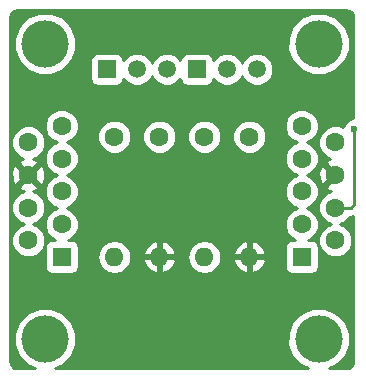
<source format=gbl>
G04 #@! TF.FileFunction,Copper,L2,Bot,Signal*
%FSLAX46Y46*%
G04 Gerber Fmt 4.6, Leading zero omitted, Abs format (unit mm)*
G04 Created by KiCad (PCBNEW 4.0.7) date 10/15/19 22:27:56*
%MOMM*%
%LPD*%
G01*
G04 APERTURE LIST*
%ADD10C,0.100000*%
%ADD11R,1.600000X1.600000*%
%ADD12C,1.600000*%
%ADD13C,4.000000*%
%ADD14C,1.520000*%
%ADD15R,1.520000X1.520000*%
%ADD16O,1.600000X1.600000*%
%ADD17C,0.600000*%
%ADD18C,0.250000*%
%ADD19C,0.254000*%
G04 APERTURE END LIST*
D10*
D11*
X121285000Y-80645000D03*
D12*
X121285000Y-77875000D03*
X121285000Y-75105000D03*
X121285000Y-72335000D03*
X121285000Y-69565000D03*
X118445000Y-79260000D03*
X118445000Y-76490000D03*
X118445000Y-73720000D03*
X118445000Y-70950000D03*
D13*
X119865000Y-62605000D03*
X119865000Y-87605000D03*
D14*
X135255000Y-64770000D03*
X137795000Y-64770000D03*
D15*
X132715000Y-64770000D03*
D14*
X127635000Y-64770000D03*
X130175000Y-64770000D03*
D15*
X125095000Y-64770000D03*
D11*
X141605000Y-80645000D03*
D12*
X141605000Y-77875000D03*
X141605000Y-75105000D03*
X141605000Y-72335000D03*
X141605000Y-69565000D03*
X144445000Y-79260000D03*
X144445000Y-76490000D03*
X144445000Y-73720000D03*
X144445000Y-70950000D03*
D13*
X143025000Y-87605000D03*
X143025000Y-62605000D03*
D12*
X137160000Y-70485000D03*
D16*
X137160000Y-80645000D03*
D12*
X133350000Y-70485000D03*
D16*
X133350000Y-80645000D03*
D12*
X129540000Y-70485000D03*
D16*
X129540000Y-80645000D03*
D12*
X125730000Y-70485000D03*
D16*
X125730000Y-80645000D03*
D17*
X146050000Y-69850000D03*
D18*
X145760000Y-76490000D02*
X144445000Y-76490000D01*
X146050000Y-76200000D02*
X145760000Y-76490000D01*
X146050000Y-69850000D02*
X146050000Y-76200000D01*
D19*
G36*
X145623979Y-59820478D02*
X145801145Y-59938856D01*
X145919521Y-60116019D01*
X145975000Y-60394931D01*
X145975000Y-68914934D01*
X145864833Y-68914838D01*
X145521057Y-69056883D01*
X145257808Y-69319673D01*
X145115162Y-69663201D01*
X145115152Y-69674477D01*
X144731691Y-69515250D01*
X144160813Y-69514752D01*
X143633200Y-69732757D01*
X143229176Y-70136077D01*
X143010250Y-70663309D01*
X143009752Y-71234187D01*
X143227757Y-71761800D01*
X143631077Y-72165824D01*
X144023060Y-72328590D01*
X143690995Y-72466136D01*
X143616861Y-72712255D01*
X144445000Y-73540395D01*
X144459142Y-73526252D01*
X144638748Y-73705858D01*
X144624605Y-73720000D01*
X144638748Y-73734142D01*
X144459142Y-73913748D01*
X144445000Y-73899605D01*
X143616861Y-74727745D01*
X143690995Y-74973864D01*
X144046938Y-75101804D01*
X143633200Y-75272757D01*
X143229176Y-75676077D01*
X143010250Y-76203309D01*
X143009752Y-76774187D01*
X143227757Y-77301800D01*
X143631077Y-77705824D01*
X144038850Y-77875146D01*
X143633200Y-78042757D01*
X143229176Y-78446077D01*
X143010250Y-78973309D01*
X143009752Y-79544187D01*
X143227757Y-80071800D01*
X143631077Y-80475824D01*
X144158309Y-80694750D01*
X144729187Y-80695248D01*
X145256800Y-80477243D01*
X145660824Y-80073923D01*
X145879750Y-79546691D01*
X145880248Y-78975813D01*
X145662243Y-78448200D01*
X145258923Y-78044176D01*
X144851150Y-77874854D01*
X145256800Y-77707243D01*
X145660824Y-77303923D01*
X145683215Y-77250000D01*
X145760000Y-77250000D01*
X145975000Y-77207233D01*
X145975000Y-89465069D01*
X145919521Y-89743981D01*
X145801145Y-89921144D01*
X145623979Y-90039522D01*
X145345070Y-90095000D01*
X143898867Y-90095000D01*
X144515658Y-89840147D01*
X145257542Y-89099557D01*
X145659542Y-88131433D01*
X145660457Y-87083166D01*
X145260147Y-86114342D01*
X144519557Y-85372458D01*
X143551433Y-84970458D01*
X142503166Y-84969543D01*
X141534342Y-85369853D01*
X140792458Y-86110443D01*
X140390458Y-87078567D01*
X140389543Y-88126834D01*
X140789853Y-89095658D01*
X141530443Y-89837542D01*
X142150471Y-90095000D01*
X120738867Y-90095000D01*
X121355658Y-89840147D01*
X122097542Y-89099557D01*
X122499542Y-88131433D01*
X122500457Y-87083166D01*
X122100147Y-86114342D01*
X121359557Y-85372458D01*
X120391433Y-84970458D01*
X119343166Y-84969543D01*
X118374342Y-85369853D01*
X117632458Y-86110443D01*
X117230458Y-87078567D01*
X117229543Y-88126834D01*
X117629853Y-89095658D01*
X118370443Y-89837542D01*
X118990471Y-90095000D01*
X117544931Y-90095000D01*
X117266019Y-90039521D01*
X117088856Y-89921145D01*
X116970478Y-89743979D01*
X116915000Y-89465070D01*
X116915000Y-76774187D01*
X117009752Y-76774187D01*
X117227757Y-77301800D01*
X117631077Y-77705824D01*
X118038850Y-77875146D01*
X117633200Y-78042757D01*
X117229176Y-78446077D01*
X117010250Y-78973309D01*
X117009752Y-79544187D01*
X117227757Y-80071800D01*
X117631077Y-80475824D01*
X118158309Y-80694750D01*
X118729187Y-80695248D01*
X119256800Y-80477243D01*
X119660824Y-80073923D01*
X119755881Y-79845000D01*
X119837560Y-79845000D01*
X119837560Y-81445000D01*
X119881838Y-81680317D01*
X120020910Y-81896441D01*
X120233110Y-82041431D01*
X120485000Y-82092440D01*
X122085000Y-82092440D01*
X122320317Y-82048162D01*
X122536441Y-81909090D01*
X122681431Y-81696890D01*
X122732440Y-81445000D01*
X122732440Y-80616887D01*
X124295000Y-80616887D01*
X124295000Y-80673113D01*
X124404233Y-81222264D01*
X124715302Y-81687811D01*
X125180849Y-81998880D01*
X125730000Y-82108113D01*
X126279151Y-81998880D01*
X126744698Y-81687811D01*
X127055767Y-81222264D01*
X127101163Y-80994041D01*
X128148086Y-80994041D01*
X128387611Y-81500134D01*
X128802577Y-81876041D01*
X129190961Y-82036904D01*
X129413000Y-81914915D01*
X129413000Y-80772000D01*
X129667000Y-80772000D01*
X129667000Y-81914915D01*
X129889039Y-82036904D01*
X130277423Y-81876041D01*
X130692389Y-81500134D01*
X130931914Y-80994041D01*
X130810629Y-80772000D01*
X129667000Y-80772000D01*
X129413000Y-80772000D01*
X128269371Y-80772000D01*
X128148086Y-80994041D01*
X127101163Y-80994041D01*
X127165000Y-80673113D01*
X127165000Y-80616887D01*
X131915000Y-80616887D01*
X131915000Y-80673113D01*
X132024233Y-81222264D01*
X132335302Y-81687811D01*
X132800849Y-81998880D01*
X133350000Y-82108113D01*
X133899151Y-81998880D01*
X134364698Y-81687811D01*
X134675767Y-81222264D01*
X134721163Y-80994041D01*
X135768086Y-80994041D01*
X136007611Y-81500134D01*
X136422577Y-81876041D01*
X136810961Y-82036904D01*
X137033000Y-81914915D01*
X137033000Y-80772000D01*
X137287000Y-80772000D01*
X137287000Y-81914915D01*
X137509039Y-82036904D01*
X137897423Y-81876041D01*
X138312389Y-81500134D01*
X138551914Y-80994041D01*
X138430629Y-80772000D01*
X137287000Y-80772000D01*
X137033000Y-80772000D01*
X135889371Y-80772000D01*
X135768086Y-80994041D01*
X134721163Y-80994041D01*
X134785000Y-80673113D01*
X134785000Y-80616887D01*
X134721164Y-80295959D01*
X135768086Y-80295959D01*
X135889371Y-80518000D01*
X137033000Y-80518000D01*
X137033000Y-79375085D01*
X137287000Y-79375085D01*
X137287000Y-80518000D01*
X138430629Y-80518000D01*
X138551914Y-80295959D01*
X138338483Y-79845000D01*
X140157560Y-79845000D01*
X140157560Y-81445000D01*
X140201838Y-81680317D01*
X140340910Y-81896441D01*
X140553110Y-82041431D01*
X140805000Y-82092440D01*
X142405000Y-82092440D01*
X142640317Y-82048162D01*
X142856441Y-81909090D01*
X143001431Y-81696890D01*
X143052440Y-81445000D01*
X143052440Y-79845000D01*
X143008162Y-79609683D01*
X142869090Y-79393559D01*
X142656890Y-79248569D01*
X142405000Y-79197560D01*
X142161913Y-79197560D01*
X142416800Y-79092243D01*
X142820824Y-78688923D01*
X143039750Y-78161691D01*
X143040248Y-77590813D01*
X142822243Y-77063200D01*
X142418923Y-76659176D01*
X142011150Y-76489854D01*
X142416800Y-76322243D01*
X142820824Y-75918923D01*
X143039750Y-75391691D01*
X143040248Y-74820813D01*
X142822243Y-74293200D01*
X142418923Y-73889176D01*
X142011150Y-73719854D01*
X142416800Y-73552243D01*
X142465905Y-73503223D01*
X142998035Y-73503223D01*
X143025222Y-74073454D01*
X143191136Y-74474005D01*
X143437255Y-74548139D01*
X144265395Y-73720000D01*
X143437255Y-72891861D01*
X143191136Y-72965995D01*
X142998035Y-73503223D01*
X142465905Y-73503223D01*
X142820824Y-73148923D01*
X143039750Y-72621691D01*
X143040248Y-72050813D01*
X142822243Y-71523200D01*
X142418923Y-71119176D01*
X142011150Y-70949854D01*
X142416800Y-70782243D01*
X142820824Y-70378923D01*
X143039750Y-69851691D01*
X143040248Y-69280813D01*
X142822243Y-68753200D01*
X142418923Y-68349176D01*
X141891691Y-68130250D01*
X141320813Y-68129752D01*
X140793200Y-68347757D01*
X140389176Y-68751077D01*
X140170250Y-69278309D01*
X140169752Y-69849187D01*
X140387757Y-70376800D01*
X140791077Y-70780824D01*
X141198850Y-70950146D01*
X140793200Y-71117757D01*
X140389176Y-71521077D01*
X140170250Y-72048309D01*
X140169752Y-72619187D01*
X140387757Y-73146800D01*
X140791077Y-73550824D01*
X141198850Y-73720146D01*
X140793200Y-73887757D01*
X140389176Y-74291077D01*
X140170250Y-74818309D01*
X140169752Y-75389187D01*
X140387757Y-75916800D01*
X140791077Y-76320824D01*
X141198850Y-76490146D01*
X140793200Y-76657757D01*
X140389176Y-77061077D01*
X140170250Y-77588309D01*
X140169752Y-78159187D01*
X140387757Y-78686800D01*
X140791077Y-79090824D01*
X141048126Y-79197560D01*
X140805000Y-79197560D01*
X140569683Y-79241838D01*
X140353559Y-79380910D01*
X140208569Y-79593110D01*
X140157560Y-79845000D01*
X138338483Y-79845000D01*
X138312389Y-79789866D01*
X137897423Y-79413959D01*
X137509039Y-79253096D01*
X137287000Y-79375085D01*
X137033000Y-79375085D01*
X136810961Y-79253096D01*
X136422577Y-79413959D01*
X136007611Y-79789866D01*
X135768086Y-80295959D01*
X134721164Y-80295959D01*
X134675767Y-80067736D01*
X134364698Y-79602189D01*
X133899151Y-79291120D01*
X133350000Y-79181887D01*
X132800849Y-79291120D01*
X132335302Y-79602189D01*
X132024233Y-80067736D01*
X131915000Y-80616887D01*
X127165000Y-80616887D01*
X127101164Y-80295959D01*
X128148086Y-80295959D01*
X128269371Y-80518000D01*
X129413000Y-80518000D01*
X129413000Y-79375085D01*
X129667000Y-79375085D01*
X129667000Y-80518000D01*
X130810629Y-80518000D01*
X130931914Y-80295959D01*
X130692389Y-79789866D01*
X130277423Y-79413959D01*
X129889039Y-79253096D01*
X129667000Y-79375085D01*
X129413000Y-79375085D01*
X129190961Y-79253096D01*
X128802577Y-79413959D01*
X128387611Y-79789866D01*
X128148086Y-80295959D01*
X127101164Y-80295959D01*
X127055767Y-80067736D01*
X126744698Y-79602189D01*
X126279151Y-79291120D01*
X125730000Y-79181887D01*
X125180849Y-79291120D01*
X124715302Y-79602189D01*
X124404233Y-80067736D01*
X124295000Y-80616887D01*
X122732440Y-80616887D01*
X122732440Y-79845000D01*
X122688162Y-79609683D01*
X122549090Y-79393559D01*
X122336890Y-79248569D01*
X122085000Y-79197560D01*
X121841913Y-79197560D01*
X122096800Y-79092243D01*
X122500824Y-78688923D01*
X122719750Y-78161691D01*
X122720248Y-77590813D01*
X122502243Y-77063200D01*
X122098923Y-76659176D01*
X121691150Y-76489854D01*
X122096800Y-76322243D01*
X122500824Y-75918923D01*
X122719750Y-75391691D01*
X122720248Y-74820813D01*
X122502243Y-74293200D01*
X122098923Y-73889176D01*
X121691150Y-73719854D01*
X122096800Y-73552243D01*
X122500824Y-73148923D01*
X122719750Y-72621691D01*
X122720248Y-72050813D01*
X122502243Y-71523200D01*
X122098923Y-71119176D01*
X121691150Y-70949854D01*
X122096800Y-70782243D01*
X122109878Y-70769187D01*
X124294752Y-70769187D01*
X124512757Y-71296800D01*
X124916077Y-71700824D01*
X125443309Y-71919750D01*
X126014187Y-71920248D01*
X126541800Y-71702243D01*
X126945824Y-71298923D01*
X127164750Y-70771691D01*
X127164752Y-70769187D01*
X128104752Y-70769187D01*
X128322757Y-71296800D01*
X128726077Y-71700824D01*
X129253309Y-71919750D01*
X129824187Y-71920248D01*
X130351800Y-71702243D01*
X130755824Y-71298923D01*
X130974750Y-70771691D01*
X130974752Y-70769187D01*
X131914752Y-70769187D01*
X132132757Y-71296800D01*
X132536077Y-71700824D01*
X133063309Y-71919750D01*
X133634187Y-71920248D01*
X134161800Y-71702243D01*
X134565824Y-71298923D01*
X134784750Y-70771691D01*
X134784752Y-70769187D01*
X135724752Y-70769187D01*
X135942757Y-71296800D01*
X136346077Y-71700824D01*
X136873309Y-71919750D01*
X137444187Y-71920248D01*
X137971800Y-71702243D01*
X138375824Y-71298923D01*
X138594750Y-70771691D01*
X138595248Y-70200813D01*
X138377243Y-69673200D01*
X137973923Y-69269176D01*
X137446691Y-69050250D01*
X136875813Y-69049752D01*
X136348200Y-69267757D01*
X135944176Y-69671077D01*
X135725250Y-70198309D01*
X135724752Y-70769187D01*
X134784752Y-70769187D01*
X134785248Y-70200813D01*
X134567243Y-69673200D01*
X134163923Y-69269176D01*
X133636691Y-69050250D01*
X133065813Y-69049752D01*
X132538200Y-69267757D01*
X132134176Y-69671077D01*
X131915250Y-70198309D01*
X131914752Y-70769187D01*
X130974752Y-70769187D01*
X130975248Y-70200813D01*
X130757243Y-69673200D01*
X130353923Y-69269176D01*
X129826691Y-69050250D01*
X129255813Y-69049752D01*
X128728200Y-69267757D01*
X128324176Y-69671077D01*
X128105250Y-70198309D01*
X128104752Y-70769187D01*
X127164752Y-70769187D01*
X127165248Y-70200813D01*
X126947243Y-69673200D01*
X126543923Y-69269176D01*
X126016691Y-69050250D01*
X125445813Y-69049752D01*
X124918200Y-69267757D01*
X124514176Y-69671077D01*
X124295250Y-70198309D01*
X124294752Y-70769187D01*
X122109878Y-70769187D01*
X122500824Y-70378923D01*
X122719750Y-69851691D01*
X122720248Y-69280813D01*
X122502243Y-68753200D01*
X122098923Y-68349176D01*
X121571691Y-68130250D01*
X121000813Y-68129752D01*
X120473200Y-68347757D01*
X120069176Y-68751077D01*
X119850250Y-69278309D01*
X119849752Y-69849187D01*
X120067757Y-70376800D01*
X120471077Y-70780824D01*
X120878850Y-70950146D01*
X120473200Y-71117757D01*
X120069176Y-71521077D01*
X119850250Y-72048309D01*
X119849752Y-72619187D01*
X120067757Y-73146800D01*
X120471077Y-73550824D01*
X120878850Y-73720146D01*
X120473200Y-73887757D01*
X120069176Y-74291077D01*
X119850250Y-74818309D01*
X119849752Y-75389187D01*
X120067757Y-75916800D01*
X120471077Y-76320824D01*
X120878850Y-76490146D01*
X120473200Y-76657757D01*
X120069176Y-77061077D01*
X119850250Y-77588309D01*
X119849752Y-78159187D01*
X120067757Y-78686800D01*
X120471077Y-79090824D01*
X120728126Y-79197560D01*
X120485000Y-79197560D01*
X120249683Y-79241838D01*
X120033559Y-79380910D01*
X119888569Y-79593110D01*
X119837560Y-79845000D01*
X119755881Y-79845000D01*
X119879750Y-79546691D01*
X119880248Y-78975813D01*
X119662243Y-78448200D01*
X119258923Y-78044176D01*
X118851150Y-77874854D01*
X119256800Y-77707243D01*
X119660824Y-77303923D01*
X119879750Y-76776691D01*
X119880248Y-76205813D01*
X119662243Y-75678200D01*
X119258923Y-75274176D01*
X118866940Y-75111410D01*
X119199005Y-74973864D01*
X119273139Y-74727745D01*
X118445000Y-73899605D01*
X117616861Y-74727745D01*
X117690995Y-74973864D01*
X118046938Y-75101804D01*
X117633200Y-75272757D01*
X117229176Y-75676077D01*
X117010250Y-76203309D01*
X117009752Y-76774187D01*
X116915000Y-76774187D01*
X116915000Y-73503223D01*
X116998035Y-73503223D01*
X117025222Y-74073454D01*
X117191136Y-74474005D01*
X117437255Y-74548139D01*
X118265395Y-73720000D01*
X118624605Y-73720000D01*
X119452745Y-74548139D01*
X119698864Y-74474005D01*
X119891965Y-73936777D01*
X119864778Y-73366546D01*
X119698864Y-72965995D01*
X119452745Y-72891861D01*
X118624605Y-73720000D01*
X118265395Y-73720000D01*
X117437255Y-72891861D01*
X117191136Y-72965995D01*
X116998035Y-73503223D01*
X116915000Y-73503223D01*
X116915000Y-71234187D01*
X117009752Y-71234187D01*
X117227757Y-71761800D01*
X117631077Y-72165824D01*
X118023060Y-72328590D01*
X117690995Y-72466136D01*
X117616861Y-72712255D01*
X118445000Y-73540395D01*
X119273139Y-72712255D01*
X119199005Y-72466136D01*
X118843062Y-72338196D01*
X119256800Y-72167243D01*
X119660824Y-71763923D01*
X119879750Y-71236691D01*
X119880248Y-70665813D01*
X119662243Y-70138200D01*
X119258923Y-69734176D01*
X118731691Y-69515250D01*
X118160813Y-69514752D01*
X117633200Y-69732757D01*
X117229176Y-70136077D01*
X117010250Y-70663309D01*
X117009752Y-71234187D01*
X116915000Y-71234187D01*
X116915000Y-63126834D01*
X117229543Y-63126834D01*
X117629853Y-64095658D01*
X118370443Y-64837542D01*
X119338567Y-65239542D01*
X120386834Y-65240457D01*
X121355658Y-64840147D01*
X122097542Y-64099557D01*
X122134729Y-64010000D01*
X123687560Y-64010000D01*
X123687560Y-65530000D01*
X123731838Y-65765317D01*
X123870910Y-65981441D01*
X124083110Y-66126431D01*
X124335000Y-66177440D01*
X125855000Y-66177440D01*
X126090317Y-66133162D01*
X126306441Y-65994090D01*
X126451431Y-65781890D01*
X126488969Y-65596520D01*
X126843764Y-65951934D01*
X127356300Y-66164758D01*
X127911265Y-66165242D01*
X128424172Y-65953313D01*
X128816934Y-65561236D01*
X128904954Y-65349262D01*
X128991687Y-65559172D01*
X129383764Y-65951934D01*
X129896300Y-66164758D01*
X130451265Y-66165242D01*
X130964172Y-65953313D01*
X131320316Y-65597790D01*
X131351838Y-65765317D01*
X131490910Y-65981441D01*
X131703110Y-66126431D01*
X131955000Y-66177440D01*
X133475000Y-66177440D01*
X133710317Y-66133162D01*
X133926441Y-65994090D01*
X134071431Y-65781890D01*
X134108969Y-65596520D01*
X134463764Y-65951934D01*
X134976300Y-66164758D01*
X135531265Y-66165242D01*
X136044172Y-65953313D01*
X136436934Y-65561236D01*
X136524954Y-65349262D01*
X136611687Y-65559172D01*
X137003764Y-65951934D01*
X137516300Y-66164758D01*
X138071265Y-66165242D01*
X138584172Y-65953313D01*
X138976934Y-65561236D01*
X139189758Y-65048700D01*
X139190242Y-64493735D01*
X138978313Y-63980828D01*
X138586236Y-63588066D01*
X138073700Y-63375242D01*
X137518735Y-63374758D01*
X137005828Y-63586687D01*
X136613066Y-63978764D01*
X136525046Y-64190738D01*
X136438313Y-63980828D01*
X136046236Y-63588066D01*
X135533700Y-63375242D01*
X134978735Y-63374758D01*
X134465828Y-63586687D01*
X134109684Y-63942210D01*
X134078162Y-63774683D01*
X133939090Y-63558559D01*
X133726890Y-63413569D01*
X133475000Y-63362560D01*
X131955000Y-63362560D01*
X131719683Y-63406838D01*
X131503559Y-63545910D01*
X131358569Y-63758110D01*
X131321031Y-63943480D01*
X130966236Y-63588066D01*
X130453700Y-63375242D01*
X129898735Y-63374758D01*
X129385828Y-63586687D01*
X128993066Y-63978764D01*
X128905046Y-64190738D01*
X128818313Y-63980828D01*
X128426236Y-63588066D01*
X127913700Y-63375242D01*
X127358735Y-63374758D01*
X126845828Y-63586687D01*
X126489684Y-63942210D01*
X126458162Y-63774683D01*
X126319090Y-63558559D01*
X126106890Y-63413569D01*
X125855000Y-63362560D01*
X124335000Y-63362560D01*
X124099683Y-63406838D01*
X123883559Y-63545910D01*
X123738569Y-63758110D01*
X123687560Y-64010000D01*
X122134729Y-64010000D01*
X122499542Y-63131433D01*
X122499546Y-63126834D01*
X140389543Y-63126834D01*
X140789853Y-64095658D01*
X141530443Y-64837542D01*
X142498567Y-65239542D01*
X143546834Y-65240457D01*
X144515658Y-64840147D01*
X145257542Y-64099557D01*
X145659542Y-63131433D01*
X145660457Y-62083166D01*
X145260147Y-61114342D01*
X144519557Y-60372458D01*
X143551433Y-59970458D01*
X142503166Y-59969543D01*
X141534342Y-60369853D01*
X140792458Y-61110443D01*
X140390458Y-62078567D01*
X140389543Y-63126834D01*
X122499546Y-63126834D01*
X122500457Y-62083166D01*
X122100147Y-61114342D01*
X121359557Y-60372458D01*
X120391433Y-59970458D01*
X119343166Y-59969543D01*
X118374342Y-60369853D01*
X117632458Y-61110443D01*
X117230458Y-62078567D01*
X117229543Y-63126834D01*
X116915000Y-63126834D01*
X116915000Y-60394930D01*
X116970478Y-60116021D01*
X117088856Y-59938855D01*
X117266019Y-59820479D01*
X117544931Y-59765000D01*
X145345070Y-59765000D01*
X145623979Y-59820478D01*
X145623979Y-59820478D01*
G37*
X145623979Y-59820478D02*
X145801145Y-59938856D01*
X145919521Y-60116019D01*
X145975000Y-60394931D01*
X145975000Y-68914934D01*
X145864833Y-68914838D01*
X145521057Y-69056883D01*
X145257808Y-69319673D01*
X145115162Y-69663201D01*
X145115152Y-69674477D01*
X144731691Y-69515250D01*
X144160813Y-69514752D01*
X143633200Y-69732757D01*
X143229176Y-70136077D01*
X143010250Y-70663309D01*
X143009752Y-71234187D01*
X143227757Y-71761800D01*
X143631077Y-72165824D01*
X144023060Y-72328590D01*
X143690995Y-72466136D01*
X143616861Y-72712255D01*
X144445000Y-73540395D01*
X144459142Y-73526252D01*
X144638748Y-73705858D01*
X144624605Y-73720000D01*
X144638748Y-73734142D01*
X144459142Y-73913748D01*
X144445000Y-73899605D01*
X143616861Y-74727745D01*
X143690995Y-74973864D01*
X144046938Y-75101804D01*
X143633200Y-75272757D01*
X143229176Y-75676077D01*
X143010250Y-76203309D01*
X143009752Y-76774187D01*
X143227757Y-77301800D01*
X143631077Y-77705824D01*
X144038850Y-77875146D01*
X143633200Y-78042757D01*
X143229176Y-78446077D01*
X143010250Y-78973309D01*
X143009752Y-79544187D01*
X143227757Y-80071800D01*
X143631077Y-80475824D01*
X144158309Y-80694750D01*
X144729187Y-80695248D01*
X145256800Y-80477243D01*
X145660824Y-80073923D01*
X145879750Y-79546691D01*
X145880248Y-78975813D01*
X145662243Y-78448200D01*
X145258923Y-78044176D01*
X144851150Y-77874854D01*
X145256800Y-77707243D01*
X145660824Y-77303923D01*
X145683215Y-77250000D01*
X145760000Y-77250000D01*
X145975000Y-77207233D01*
X145975000Y-89465069D01*
X145919521Y-89743981D01*
X145801145Y-89921144D01*
X145623979Y-90039522D01*
X145345070Y-90095000D01*
X143898867Y-90095000D01*
X144515658Y-89840147D01*
X145257542Y-89099557D01*
X145659542Y-88131433D01*
X145660457Y-87083166D01*
X145260147Y-86114342D01*
X144519557Y-85372458D01*
X143551433Y-84970458D01*
X142503166Y-84969543D01*
X141534342Y-85369853D01*
X140792458Y-86110443D01*
X140390458Y-87078567D01*
X140389543Y-88126834D01*
X140789853Y-89095658D01*
X141530443Y-89837542D01*
X142150471Y-90095000D01*
X120738867Y-90095000D01*
X121355658Y-89840147D01*
X122097542Y-89099557D01*
X122499542Y-88131433D01*
X122500457Y-87083166D01*
X122100147Y-86114342D01*
X121359557Y-85372458D01*
X120391433Y-84970458D01*
X119343166Y-84969543D01*
X118374342Y-85369853D01*
X117632458Y-86110443D01*
X117230458Y-87078567D01*
X117229543Y-88126834D01*
X117629853Y-89095658D01*
X118370443Y-89837542D01*
X118990471Y-90095000D01*
X117544931Y-90095000D01*
X117266019Y-90039521D01*
X117088856Y-89921145D01*
X116970478Y-89743979D01*
X116915000Y-89465070D01*
X116915000Y-76774187D01*
X117009752Y-76774187D01*
X117227757Y-77301800D01*
X117631077Y-77705824D01*
X118038850Y-77875146D01*
X117633200Y-78042757D01*
X117229176Y-78446077D01*
X117010250Y-78973309D01*
X117009752Y-79544187D01*
X117227757Y-80071800D01*
X117631077Y-80475824D01*
X118158309Y-80694750D01*
X118729187Y-80695248D01*
X119256800Y-80477243D01*
X119660824Y-80073923D01*
X119755881Y-79845000D01*
X119837560Y-79845000D01*
X119837560Y-81445000D01*
X119881838Y-81680317D01*
X120020910Y-81896441D01*
X120233110Y-82041431D01*
X120485000Y-82092440D01*
X122085000Y-82092440D01*
X122320317Y-82048162D01*
X122536441Y-81909090D01*
X122681431Y-81696890D01*
X122732440Y-81445000D01*
X122732440Y-80616887D01*
X124295000Y-80616887D01*
X124295000Y-80673113D01*
X124404233Y-81222264D01*
X124715302Y-81687811D01*
X125180849Y-81998880D01*
X125730000Y-82108113D01*
X126279151Y-81998880D01*
X126744698Y-81687811D01*
X127055767Y-81222264D01*
X127101163Y-80994041D01*
X128148086Y-80994041D01*
X128387611Y-81500134D01*
X128802577Y-81876041D01*
X129190961Y-82036904D01*
X129413000Y-81914915D01*
X129413000Y-80772000D01*
X129667000Y-80772000D01*
X129667000Y-81914915D01*
X129889039Y-82036904D01*
X130277423Y-81876041D01*
X130692389Y-81500134D01*
X130931914Y-80994041D01*
X130810629Y-80772000D01*
X129667000Y-80772000D01*
X129413000Y-80772000D01*
X128269371Y-80772000D01*
X128148086Y-80994041D01*
X127101163Y-80994041D01*
X127165000Y-80673113D01*
X127165000Y-80616887D01*
X131915000Y-80616887D01*
X131915000Y-80673113D01*
X132024233Y-81222264D01*
X132335302Y-81687811D01*
X132800849Y-81998880D01*
X133350000Y-82108113D01*
X133899151Y-81998880D01*
X134364698Y-81687811D01*
X134675767Y-81222264D01*
X134721163Y-80994041D01*
X135768086Y-80994041D01*
X136007611Y-81500134D01*
X136422577Y-81876041D01*
X136810961Y-82036904D01*
X137033000Y-81914915D01*
X137033000Y-80772000D01*
X137287000Y-80772000D01*
X137287000Y-81914915D01*
X137509039Y-82036904D01*
X137897423Y-81876041D01*
X138312389Y-81500134D01*
X138551914Y-80994041D01*
X138430629Y-80772000D01*
X137287000Y-80772000D01*
X137033000Y-80772000D01*
X135889371Y-80772000D01*
X135768086Y-80994041D01*
X134721163Y-80994041D01*
X134785000Y-80673113D01*
X134785000Y-80616887D01*
X134721164Y-80295959D01*
X135768086Y-80295959D01*
X135889371Y-80518000D01*
X137033000Y-80518000D01*
X137033000Y-79375085D01*
X137287000Y-79375085D01*
X137287000Y-80518000D01*
X138430629Y-80518000D01*
X138551914Y-80295959D01*
X138338483Y-79845000D01*
X140157560Y-79845000D01*
X140157560Y-81445000D01*
X140201838Y-81680317D01*
X140340910Y-81896441D01*
X140553110Y-82041431D01*
X140805000Y-82092440D01*
X142405000Y-82092440D01*
X142640317Y-82048162D01*
X142856441Y-81909090D01*
X143001431Y-81696890D01*
X143052440Y-81445000D01*
X143052440Y-79845000D01*
X143008162Y-79609683D01*
X142869090Y-79393559D01*
X142656890Y-79248569D01*
X142405000Y-79197560D01*
X142161913Y-79197560D01*
X142416800Y-79092243D01*
X142820824Y-78688923D01*
X143039750Y-78161691D01*
X143040248Y-77590813D01*
X142822243Y-77063200D01*
X142418923Y-76659176D01*
X142011150Y-76489854D01*
X142416800Y-76322243D01*
X142820824Y-75918923D01*
X143039750Y-75391691D01*
X143040248Y-74820813D01*
X142822243Y-74293200D01*
X142418923Y-73889176D01*
X142011150Y-73719854D01*
X142416800Y-73552243D01*
X142465905Y-73503223D01*
X142998035Y-73503223D01*
X143025222Y-74073454D01*
X143191136Y-74474005D01*
X143437255Y-74548139D01*
X144265395Y-73720000D01*
X143437255Y-72891861D01*
X143191136Y-72965995D01*
X142998035Y-73503223D01*
X142465905Y-73503223D01*
X142820824Y-73148923D01*
X143039750Y-72621691D01*
X143040248Y-72050813D01*
X142822243Y-71523200D01*
X142418923Y-71119176D01*
X142011150Y-70949854D01*
X142416800Y-70782243D01*
X142820824Y-70378923D01*
X143039750Y-69851691D01*
X143040248Y-69280813D01*
X142822243Y-68753200D01*
X142418923Y-68349176D01*
X141891691Y-68130250D01*
X141320813Y-68129752D01*
X140793200Y-68347757D01*
X140389176Y-68751077D01*
X140170250Y-69278309D01*
X140169752Y-69849187D01*
X140387757Y-70376800D01*
X140791077Y-70780824D01*
X141198850Y-70950146D01*
X140793200Y-71117757D01*
X140389176Y-71521077D01*
X140170250Y-72048309D01*
X140169752Y-72619187D01*
X140387757Y-73146800D01*
X140791077Y-73550824D01*
X141198850Y-73720146D01*
X140793200Y-73887757D01*
X140389176Y-74291077D01*
X140170250Y-74818309D01*
X140169752Y-75389187D01*
X140387757Y-75916800D01*
X140791077Y-76320824D01*
X141198850Y-76490146D01*
X140793200Y-76657757D01*
X140389176Y-77061077D01*
X140170250Y-77588309D01*
X140169752Y-78159187D01*
X140387757Y-78686800D01*
X140791077Y-79090824D01*
X141048126Y-79197560D01*
X140805000Y-79197560D01*
X140569683Y-79241838D01*
X140353559Y-79380910D01*
X140208569Y-79593110D01*
X140157560Y-79845000D01*
X138338483Y-79845000D01*
X138312389Y-79789866D01*
X137897423Y-79413959D01*
X137509039Y-79253096D01*
X137287000Y-79375085D01*
X137033000Y-79375085D01*
X136810961Y-79253096D01*
X136422577Y-79413959D01*
X136007611Y-79789866D01*
X135768086Y-80295959D01*
X134721164Y-80295959D01*
X134675767Y-80067736D01*
X134364698Y-79602189D01*
X133899151Y-79291120D01*
X133350000Y-79181887D01*
X132800849Y-79291120D01*
X132335302Y-79602189D01*
X132024233Y-80067736D01*
X131915000Y-80616887D01*
X127165000Y-80616887D01*
X127101164Y-80295959D01*
X128148086Y-80295959D01*
X128269371Y-80518000D01*
X129413000Y-80518000D01*
X129413000Y-79375085D01*
X129667000Y-79375085D01*
X129667000Y-80518000D01*
X130810629Y-80518000D01*
X130931914Y-80295959D01*
X130692389Y-79789866D01*
X130277423Y-79413959D01*
X129889039Y-79253096D01*
X129667000Y-79375085D01*
X129413000Y-79375085D01*
X129190961Y-79253096D01*
X128802577Y-79413959D01*
X128387611Y-79789866D01*
X128148086Y-80295959D01*
X127101164Y-80295959D01*
X127055767Y-80067736D01*
X126744698Y-79602189D01*
X126279151Y-79291120D01*
X125730000Y-79181887D01*
X125180849Y-79291120D01*
X124715302Y-79602189D01*
X124404233Y-80067736D01*
X124295000Y-80616887D01*
X122732440Y-80616887D01*
X122732440Y-79845000D01*
X122688162Y-79609683D01*
X122549090Y-79393559D01*
X122336890Y-79248569D01*
X122085000Y-79197560D01*
X121841913Y-79197560D01*
X122096800Y-79092243D01*
X122500824Y-78688923D01*
X122719750Y-78161691D01*
X122720248Y-77590813D01*
X122502243Y-77063200D01*
X122098923Y-76659176D01*
X121691150Y-76489854D01*
X122096800Y-76322243D01*
X122500824Y-75918923D01*
X122719750Y-75391691D01*
X122720248Y-74820813D01*
X122502243Y-74293200D01*
X122098923Y-73889176D01*
X121691150Y-73719854D01*
X122096800Y-73552243D01*
X122500824Y-73148923D01*
X122719750Y-72621691D01*
X122720248Y-72050813D01*
X122502243Y-71523200D01*
X122098923Y-71119176D01*
X121691150Y-70949854D01*
X122096800Y-70782243D01*
X122109878Y-70769187D01*
X124294752Y-70769187D01*
X124512757Y-71296800D01*
X124916077Y-71700824D01*
X125443309Y-71919750D01*
X126014187Y-71920248D01*
X126541800Y-71702243D01*
X126945824Y-71298923D01*
X127164750Y-70771691D01*
X127164752Y-70769187D01*
X128104752Y-70769187D01*
X128322757Y-71296800D01*
X128726077Y-71700824D01*
X129253309Y-71919750D01*
X129824187Y-71920248D01*
X130351800Y-71702243D01*
X130755824Y-71298923D01*
X130974750Y-70771691D01*
X130974752Y-70769187D01*
X131914752Y-70769187D01*
X132132757Y-71296800D01*
X132536077Y-71700824D01*
X133063309Y-71919750D01*
X133634187Y-71920248D01*
X134161800Y-71702243D01*
X134565824Y-71298923D01*
X134784750Y-70771691D01*
X134784752Y-70769187D01*
X135724752Y-70769187D01*
X135942757Y-71296800D01*
X136346077Y-71700824D01*
X136873309Y-71919750D01*
X137444187Y-71920248D01*
X137971800Y-71702243D01*
X138375824Y-71298923D01*
X138594750Y-70771691D01*
X138595248Y-70200813D01*
X138377243Y-69673200D01*
X137973923Y-69269176D01*
X137446691Y-69050250D01*
X136875813Y-69049752D01*
X136348200Y-69267757D01*
X135944176Y-69671077D01*
X135725250Y-70198309D01*
X135724752Y-70769187D01*
X134784752Y-70769187D01*
X134785248Y-70200813D01*
X134567243Y-69673200D01*
X134163923Y-69269176D01*
X133636691Y-69050250D01*
X133065813Y-69049752D01*
X132538200Y-69267757D01*
X132134176Y-69671077D01*
X131915250Y-70198309D01*
X131914752Y-70769187D01*
X130974752Y-70769187D01*
X130975248Y-70200813D01*
X130757243Y-69673200D01*
X130353923Y-69269176D01*
X129826691Y-69050250D01*
X129255813Y-69049752D01*
X128728200Y-69267757D01*
X128324176Y-69671077D01*
X128105250Y-70198309D01*
X128104752Y-70769187D01*
X127164752Y-70769187D01*
X127165248Y-70200813D01*
X126947243Y-69673200D01*
X126543923Y-69269176D01*
X126016691Y-69050250D01*
X125445813Y-69049752D01*
X124918200Y-69267757D01*
X124514176Y-69671077D01*
X124295250Y-70198309D01*
X124294752Y-70769187D01*
X122109878Y-70769187D01*
X122500824Y-70378923D01*
X122719750Y-69851691D01*
X122720248Y-69280813D01*
X122502243Y-68753200D01*
X122098923Y-68349176D01*
X121571691Y-68130250D01*
X121000813Y-68129752D01*
X120473200Y-68347757D01*
X120069176Y-68751077D01*
X119850250Y-69278309D01*
X119849752Y-69849187D01*
X120067757Y-70376800D01*
X120471077Y-70780824D01*
X120878850Y-70950146D01*
X120473200Y-71117757D01*
X120069176Y-71521077D01*
X119850250Y-72048309D01*
X119849752Y-72619187D01*
X120067757Y-73146800D01*
X120471077Y-73550824D01*
X120878850Y-73720146D01*
X120473200Y-73887757D01*
X120069176Y-74291077D01*
X119850250Y-74818309D01*
X119849752Y-75389187D01*
X120067757Y-75916800D01*
X120471077Y-76320824D01*
X120878850Y-76490146D01*
X120473200Y-76657757D01*
X120069176Y-77061077D01*
X119850250Y-77588309D01*
X119849752Y-78159187D01*
X120067757Y-78686800D01*
X120471077Y-79090824D01*
X120728126Y-79197560D01*
X120485000Y-79197560D01*
X120249683Y-79241838D01*
X120033559Y-79380910D01*
X119888569Y-79593110D01*
X119837560Y-79845000D01*
X119755881Y-79845000D01*
X119879750Y-79546691D01*
X119880248Y-78975813D01*
X119662243Y-78448200D01*
X119258923Y-78044176D01*
X118851150Y-77874854D01*
X119256800Y-77707243D01*
X119660824Y-77303923D01*
X119879750Y-76776691D01*
X119880248Y-76205813D01*
X119662243Y-75678200D01*
X119258923Y-75274176D01*
X118866940Y-75111410D01*
X119199005Y-74973864D01*
X119273139Y-74727745D01*
X118445000Y-73899605D01*
X117616861Y-74727745D01*
X117690995Y-74973864D01*
X118046938Y-75101804D01*
X117633200Y-75272757D01*
X117229176Y-75676077D01*
X117010250Y-76203309D01*
X117009752Y-76774187D01*
X116915000Y-76774187D01*
X116915000Y-73503223D01*
X116998035Y-73503223D01*
X117025222Y-74073454D01*
X117191136Y-74474005D01*
X117437255Y-74548139D01*
X118265395Y-73720000D01*
X118624605Y-73720000D01*
X119452745Y-74548139D01*
X119698864Y-74474005D01*
X119891965Y-73936777D01*
X119864778Y-73366546D01*
X119698864Y-72965995D01*
X119452745Y-72891861D01*
X118624605Y-73720000D01*
X118265395Y-73720000D01*
X117437255Y-72891861D01*
X117191136Y-72965995D01*
X116998035Y-73503223D01*
X116915000Y-73503223D01*
X116915000Y-71234187D01*
X117009752Y-71234187D01*
X117227757Y-71761800D01*
X117631077Y-72165824D01*
X118023060Y-72328590D01*
X117690995Y-72466136D01*
X117616861Y-72712255D01*
X118445000Y-73540395D01*
X119273139Y-72712255D01*
X119199005Y-72466136D01*
X118843062Y-72338196D01*
X119256800Y-72167243D01*
X119660824Y-71763923D01*
X119879750Y-71236691D01*
X119880248Y-70665813D01*
X119662243Y-70138200D01*
X119258923Y-69734176D01*
X118731691Y-69515250D01*
X118160813Y-69514752D01*
X117633200Y-69732757D01*
X117229176Y-70136077D01*
X117010250Y-70663309D01*
X117009752Y-71234187D01*
X116915000Y-71234187D01*
X116915000Y-63126834D01*
X117229543Y-63126834D01*
X117629853Y-64095658D01*
X118370443Y-64837542D01*
X119338567Y-65239542D01*
X120386834Y-65240457D01*
X121355658Y-64840147D01*
X122097542Y-64099557D01*
X122134729Y-64010000D01*
X123687560Y-64010000D01*
X123687560Y-65530000D01*
X123731838Y-65765317D01*
X123870910Y-65981441D01*
X124083110Y-66126431D01*
X124335000Y-66177440D01*
X125855000Y-66177440D01*
X126090317Y-66133162D01*
X126306441Y-65994090D01*
X126451431Y-65781890D01*
X126488969Y-65596520D01*
X126843764Y-65951934D01*
X127356300Y-66164758D01*
X127911265Y-66165242D01*
X128424172Y-65953313D01*
X128816934Y-65561236D01*
X128904954Y-65349262D01*
X128991687Y-65559172D01*
X129383764Y-65951934D01*
X129896300Y-66164758D01*
X130451265Y-66165242D01*
X130964172Y-65953313D01*
X131320316Y-65597790D01*
X131351838Y-65765317D01*
X131490910Y-65981441D01*
X131703110Y-66126431D01*
X131955000Y-66177440D01*
X133475000Y-66177440D01*
X133710317Y-66133162D01*
X133926441Y-65994090D01*
X134071431Y-65781890D01*
X134108969Y-65596520D01*
X134463764Y-65951934D01*
X134976300Y-66164758D01*
X135531265Y-66165242D01*
X136044172Y-65953313D01*
X136436934Y-65561236D01*
X136524954Y-65349262D01*
X136611687Y-65559172D01*
X137003764Y-65951934D01*
X137516300Y-66164758D01*
X138071265Y-66165242D01*
X138584172Y-65953313D01*
X138976934Y-65561236D01*
X139189758Y-65048700D01*
X139190242Y-64493735D01*
X138978313Y-63980828D01*
X138586236Y-63588066D01*
X138073700Y-63375242D01*
X137518735Y-63374758D01*
X137005828Y-63586687D01*
X136613066Y-63978764D01*
X136525046Y-64190738D01*
X136438313Y-63980828D01*
X136046236Y-63588066D01*
X135533700Y-63375242D01*
X134978735Y-63374758D01*
X134465828Y-63586687D01*
X134109684Y-63942210D01*
X134078162Y-63774683D01*
X133939090Y-63558559D01*
X133726890Y-63413569D01*
X133475000Y-63362560D01*
X131955000Y-63362560D01*
X131719683Y-63406838D01*
X131503559Y-63545910D01*
X131358569Y-63758110D01*
X131321031Y-63943480D01*
X130966236Y-63588066D01*
X130453700Y-63375242D01*
X129898735Y-63374758D01*
X129385828Y-63586687D01*
X128993066Y-63978764D01*
X128905046Y-64190738D01*
X128818313Y-63980828D01*
X128426236Y-63588066D01*
X127913700Y-63375242D01*
X127358735Y-63374758D01*
X126845828Y-63586687D01*
X126489684Y-63942210D01*
X126458162Y-63774683D01*
X126319090Y-63558559D01*
X126106890Y-63413569D01*
X125855000Y-63362560D01*
X124335000Y-63362560D01*
X124099683Y-63406838D01*
X123883559Y-63545910D01*
X123738569Y-63758110D01*
X123687560Y-64010000D01*
X122134729Y-64010000D01*
X122499542Y-63131433D01*
X122499546Y-63126834D01*
X140389543Y-63126834D01*
X140789853Y-64095658D01*
X141530443Y-64837542D01*
X142498567Y-65239542D01*
X143546834Y-65240457D01*
X144515658Y-64840147D01*
X145257542Y-64099557D01*
X145659542Y-63131433D01*
X145660457Y-62083166D01*
X145260147Y-61114342D01*
X144519557Y-60372458D01*
X143551433Y-59970458D01*
X142503166Y-59969543D01*
X141534342Y-60369853D01*
X140792458Y-61110443D01*
X140390458Y-62078567D01*
X140389543Y-63126834D01*
X122499546Y-63126834D01*
X122500457Y-62083166D01*
X122100147Y-61114342D01*
X121359557Y-60372458D01*
X120391433Y-59970458D01*
X119343166Y-59969543D01*
X118374342Y-60369853D01*
X117632458Y-61110443D01*
X117230458Y-62078567D01*
X117229543Y-63126834D01*
X116915000Y-63126834D01*
X116915000Y-60394930D01*
X116970478Y-60116021D01*
X117088856Y-59938855D01*
X117266019Y-59820479D01*
X117544931Y-59765000D01*
X145345070Y-59765000D01*
X145623979Y-59820478D01*
M02*

</source>
